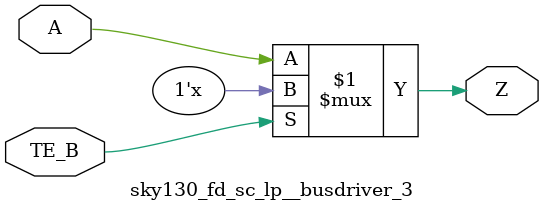
<source format=v>
module sky130_fd_sc_lp__busdriver_3 (
    Z   ,
    A   ,
    TE_B
);
    output Z   ;
    input  A   ;
    input  TE_B;
    bufif0 bufif00 (Z     , A, TE_B        );
endmodule
</source>
